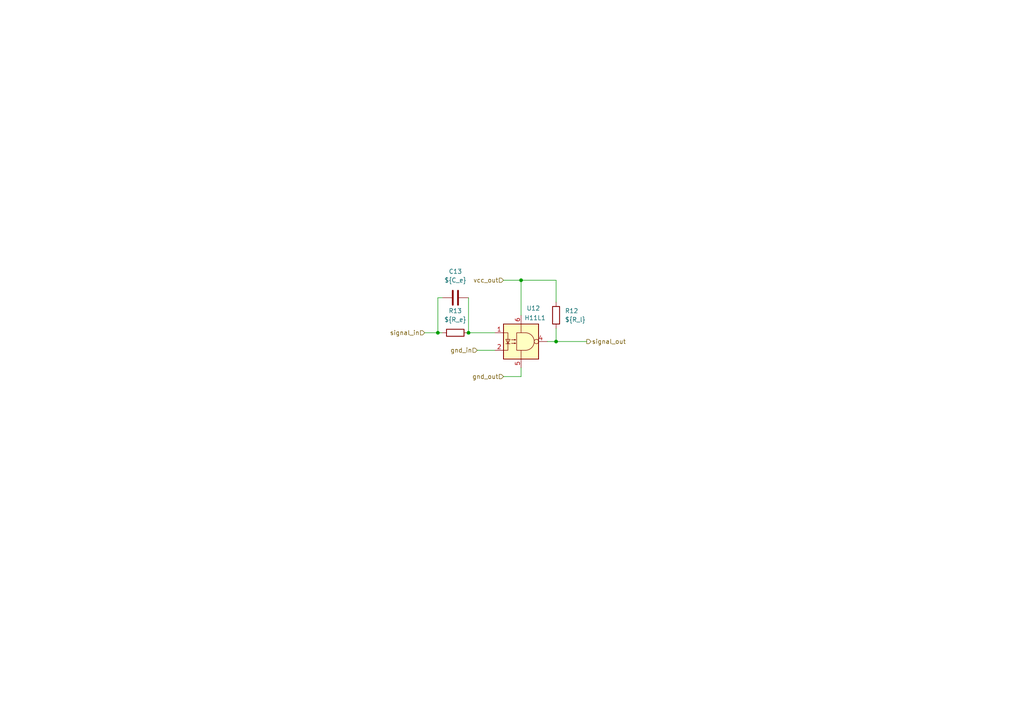
<source format=kicad_sch>
(kicad_sch (version 20231120) (generator "eeschema") (generator_version "8.0")
  (paper "A4")
  (lib_symbols
    (symbol "Device:C" (pin_numbers hide) (pin_names (offset 0.254))
      (property "Reference" "C" (at 0.635 2.54 0))
      (property "Value" "C" (at 0.635 -2.54 0))
      (symbol "C_0_1"
        (polyline (pts (xy -2.032 -0.762) (xy 2.032 -0.762)) (stroke (width 0.508)))
        (polyline (pts (xy -2.032 0.762) (xy 2.032 0.762)) (stroke (width 0.508)))
      )
      (symbol "C_1_1"
        (pin passive line (at 0 3.81 270) (length 2.794) (name "~") (number "1"))
        (pin passive line (at 0 -3.81 90) (length 2.794) (name "~") (number "2"))
      )
    )
    (symbol "Device:R" (pin_numbers hide) (pin_names (offset 0))
      (property "Reference" "R" (at 2.032 0 90))
      (property "Value" "R" (at 0 0 90))
      (symbol "R_0_1"
        (rectangle (start -1.016 -2.54) (end 1.016 2.54) (stroke (width 0.254)))
      )
      (symbol "R_1_1"
        (pin passive line (at 0 3.81 270) (length 1.27) (name "~") (number "1"))
        (pin passive line (at 0 -3.81 90) (length 1.27) (name "~") (number "2"))
      )
    )
    (symbol "Isolator:H11L1" (pin_names (offset 1.016))
      (property "Reference" "U" (at 1.27 8.89 0))
      (property "Value" "H11L1" (at 1.27 6.35 0))
      (symbol "H11L1_0_1"
        (rectangle (start -5.08 5.08) (end 5.08 -5.08) (stroke (width 0.254)) (fill (type background)))
        (polyline (pts (xy -4.445 -0.635) (xy -3.175 -0.635)))
        (polyline (pts (xy 0 2.54) (xy 0 5.08)))
        (polyline (pts (xy 0 -2.54) (xy 0 -5.08) (xy 0 -3.81)))
        (polyline (pts (xy -5.08 -2.54) (xy -3.81 -2.54) (xy -3.81 2.54) (xy -5.08 2.54)))
        (polyline (pts (xy -3.81 -0.635) (xy -4.445 0.635) (xy -3.175 0.635) (xy -3.81 -0.635)))
        (polyline (pts (xy 1.27 -2.54) (xy -1.27 -2.54) (xy -1.27 2.54) (xy 1.27 2.54)))
        (polyline (pts (xy -2.794 -0.508) (xy -1.524 -0.508) (xy -1.905 -0.635) (xy -1.905 -0.381) (xy -1.524 -0.508)))
        (polyline (pts (xy -2.794 0.508) (xy -1.524 0.508) (xy -1.905 0.381) (xy -1.905 0.635) (xy -1.524 0.508)))
        (arc (start 1.27 -2.54) (mid 3.799 0) (end 1.27 2.54))
      )
      (symbol "H11L1_1_1"
        (pin passive line (at -7.62 2.54 0) (length 2.54) (name "~") (number "1"))
        (pin passive line (at -7.62 -2.54 0) (length 2.54) (name "~") (number "2"))
        (pin no_connect line (at -5.08 0 0) (length 2.54) hide (name "~") (number "3"))
        (pin output inverted (at 7.62 0 180) (length 3.81) (name "~") (number "4"))
        (pin power_in line (at 0 -7.62 90) (length 2.54) (name "~") (number "5"))
        (pin power_in line (at 0 7.62 270) (length 2.54) (name "~") (number "6"))
      )
    )
  )
  (junction (at 161.29 99.06))
  (junction (at 151.13 81.28))
  (junction (at 135.89 96.52))
  (junction (at 127 96.52))
  (wire (pts (xy 161.29 81.28) (xy 161.29 87.63)))
  (wire (pts (xy 151.13 81.28) (xy 151.13 91.44)))
  (wire (pts (xy 135.8566 96.52) (xy 135.89 96.52)))
  (wire (pts (xy 135.89 86.36) (xy 135.89 96.52)))
  (wire (pts (xy 158.75 99.06) (xy 161.29 99.06)))
  (wire (pts (xy 146.05 109.22) (xy 151.13 109.22)))
  (wire (pts (xy 161.29 81.28) (xy 151.13 81.28)))
  (wire (pts (xy 146.05 81.28) (xy 151.13 81.28)))
  (wire (pts (xy 138.43 101.6) (xy 143.51 101.6)))
  (wire (pts (xy 128.2366 96.52) (xy 127 96.52)))
  (wire (pts (xy 161.29 95.25) (xy 161.29 99.06)))
  (wire (pts (xy 128.27 86.36) (xy 127 86.36)))
  (wire (pts (xy 151.13 109.22) (xy 151.13 106.68)))
  (wire (pts (xy 127 96.52) (xy 123.19 96.52)))
  (wire (pts (xy 161.29 99.06) (xy 170.18 99.06)))
  (wire (pts (xy 127 86.36) (xy 127 96.52)))
  (wire (pts (xy 135.89 96.52) (xy 143.51 96.52)))
  (hierarchical_label "signal_out" (shape output) (at 170.18 99.06 0))
  (hierarchical_label "gnd_out" (shape input) (at 146.05 109.22 180))
  (hierarchical_label "signal_in" (shape input) (at 123.19 96.52 180))
  (hierarchical_label "vcc_out" (shape input) (at 146.05 81.28 180))
  (hierarchical_label "gnd_in" (shape input) (at 138.43 101.6 180))
  (symbol (lib_id "Isolator:H11L1") (at 151.13 99.06 0) (unit 1)
    (property "Reference" "U12" (at 154.686 89.408 0))
    (property "Value" "H11L1" (at 155.194 92.202 0))
    (property "Datasheet" "https://www.onsemi.com/pub/Collateral/H11L3M-D.PDF" (effects (hide yes)))
    (property "Description" "Schmitt Trigger Output Optocoupler, High Speed, DIP-6, 1.6mA turn on threshold" (effects (hide yes)))
  )
  (symbol (lib_id "Device:C") (at 132.08 86.36 90) (unit 1)
    (property "Reference" "C13" (at 132.08 78.74 90))
    (property "Value" "${C_e}" (at 132.08 81.28 90))
    (property "Description" "Unpolarized capacitor" (effects (hide yes)))
  )
  (symbol (lib_id "Device:R") (at 161.29 91.44 0) (unit 1)
    (property "Reference" "R12" (at 163.83 90.1699 0) (effects (justify left)))
    (property "Value" "${R_l}" (at 163.83 92.7099 0) (effects (justify left)))
    (property "Description" "Resistor" (effects (hide yes)))
  )
  (symbol (lib_id "Device:R") (at 132.0466 96.52 90) (unit 1)
    (property "Reference" "R13" (at 132.0466 90.17 90))
    (property "Value" "${R_e}" (at 132.0466 92.71 90))
    (property "Description" "Resistor" (effects (hide yes)))
  )
)
</source>
